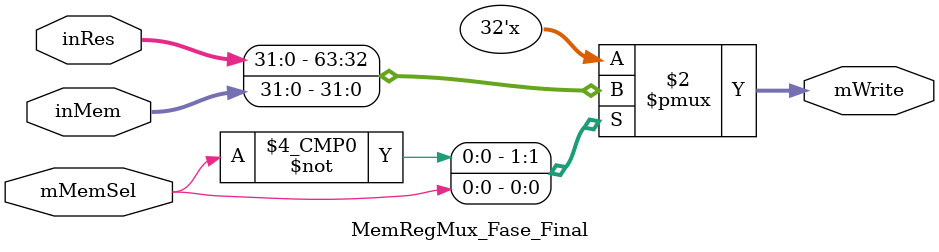
<source format=v>
module MemRegMux_Fase_Final(
	input [31:0]inRes, inMem,
	input mMemSel,
	output reg [31:0]mWrite
);

//2 - Declaracion de cables y registros

//3 - Cuerpo del modulo

//Bloques secuenciales
always @*
begin
	case(mMemSel)
	1'b0:
		begin
			mWrite = inRes;
		end
	1'b1:
		begin
			mWrite = inMem;
		end
	default:
		begin
			mWrite = 32'bz;
		end
	endcase
end

endmodule


</source>
